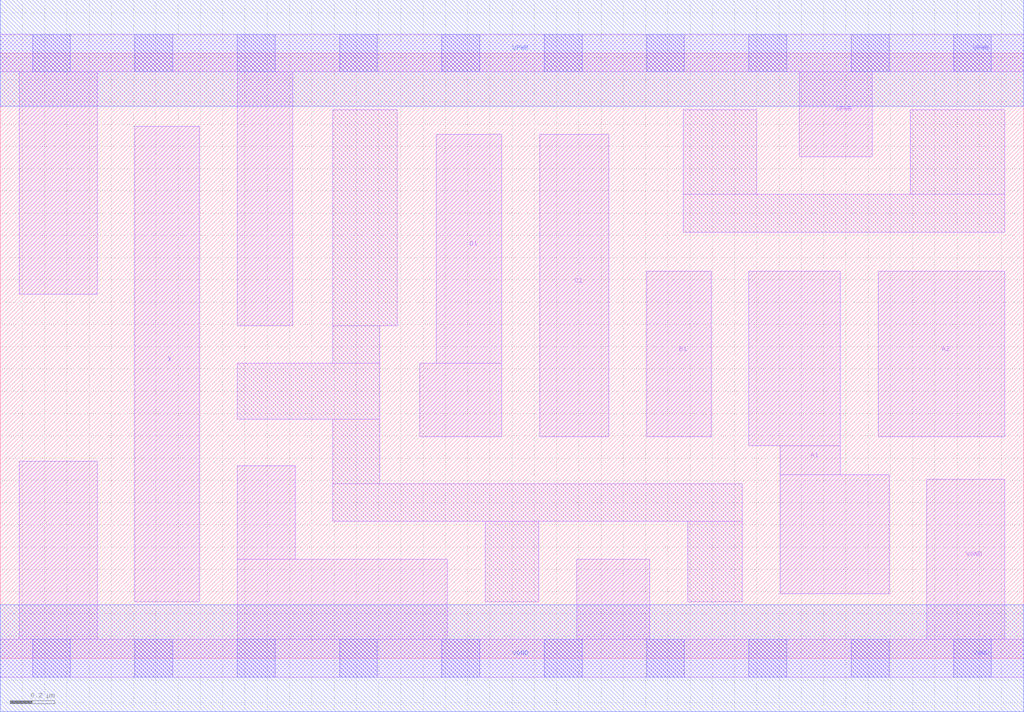
<source format=lef>
# Copyright 2020 The SkyWater PDK Authors
#
# Licensed under the Apache License, Version 2.0 (the "License");
# you may not use this file except in compliance with the License.
# You may obtain a copy of the License at
#
#     https://www.apache.org/licenses/LICENSE-2.0
#
# Unless required by applicable law or agreed to in writing, software
# distributed under the License is distributed on an "AS IS" BASIS,
# WITHOUT WARRANTIES OR CONDITIONS OF ANY KIND, either express or implied.
# See the License for the specific language governing permissions and
# limitations under the License.
#
# SPDX-License-Identifier: Apache-2.0

VERSION 5.7 ;
  NAMESCASESENSITIVE ON ;
  NOWIREEXTENSIONATPIN ON ;
  DIVIDERCHAR "/" ;
  BUSBITCHARS "[]" ;
UNITS
  DATABASE MICRONS 200 ;
END UNITS
MACRO sky130_fd_sc_hd__a2111o_2
  CLASS CORE ;
  SOURCE USER ;
  FOREIGN sky130_fd_sc_hd__a2111o_2 ;
  ORIGIN  0.000000  0.000000 ;
  SIZE  4.600000 BY  2.720000 ;
  SYMMETRY X Y R90 ;
  SITE unithd ;
  PIN A1
    ANTENNAGATEAREA  0.247500 ;
    DIRECTION INPUT ;
    USE SIGNAL ;
    PORT
      LAYER li1 ;
        RECT 3.365000 0.955000 3.775000 1.740000 ;
        RECT 3.505000 0.290000 3.995000 0.825000 ;
        RECT 3.505000 0.825000 3.775000 0.955000 ;
    END
  END A1
  PIN A2
    ANTENNAGATEAREA  0.247500 ;
    DIRECTION INPUT ;
    USE SIGNAL ;
    PORT
      LAYER li1 ;
        RECT 3.945000 0.995000 4.515000 1.740000 ;
    END
  END A2
  PIN B1
    ANTENNAGATEAREA  0.247500 ;
    DIRECTION INPUT ;
    USE SIGNAL ;
    PORT
      LAYER li1 ;
        RECT 2.905000 0.995000 3.195000 1.740000 ;
    END
  END B1
  PIN C1
    ANTENNAGATEAREA  0.247500 ;
    DIRECTION INPUT ;
    USE SIGNAL ;
    PORT
      LAYER li1 ;
        RECT 2.425000 0.995000 2.735000 2.355000 ;
    END
  END C1
  PIN D1
    ANTENNAGATEAREA  0.247500 ;
    DIRECTION INPUT ;
    USE SIGNAL ;
    PORT
      LAYER li1 ;
        RECT 1.885000 0.995000 2.255000 1.325000 ;
        RECT 1.960000 1.325000 2.255000 2.355000 ;
    END
  END D1
  PIN X
    ANTENNADIFFAREA  0.462000 ;
    DIRECTION OUTPUT ;
    USE SIGNAL ;
    PORT
      LAYER li1 ;
        RECT 0.605000 0.255000 0.895000 2.390000 ;
    END
  END X
  PIN VGND
    DIRECTION INOUT ;
    SHAPE ABUTMENT ;
    USE GROUND ;
    PORT
      LAYER li1 ;
        RECT 0.000000 -0.085000 4.600000 0.085000 ;
        RECT 0.085000  0.085000 0.435000 0.885000 ;
        RECT 1.065000  0.085000 2.010000 0.445000 ;
        RECT 1.065000  0.445000 1.325000 0.865000 ;
        RECT 2.590000  0.085000 2.920000 0.445000 ;
        RECT 4.165000  0.085000 4.515000 0.805000 ;
      LAYER mcon ;
        RECT 0.145000 -0.085000 0.315000 0.085000 ;
        RECT 0.605000 -0.085000 0.775000 0.085000 ;
        RECT 1.065000 -0.085000 1.235000 0.085000 ;
        RECT 1.525000 -0.085000 1.695000 0.085000 ;
        RECT 1.985000 -0.085000 2.155000 0.085000 ;
        RECT 2.445000 -0.085000 2.615000 0.085000 ;
        RECT 2.905000 -0.085000 3.075000 0.085000 ;
        RECT 3.365000 -0.085000 3.535000 0.085000 ;
        RECT 3.825000 -0.085000 3.995000 0.085000 ;
        RECT 4.285000 -0.085000 4.455000 0.085000 ;
      LAYER met1 ;
        RECT 0.000000 -0.240000 4.600000 0.240000 ;
    END
  END VGND
  PIN VPWR
    DIRECTION INOUT ;
    SHAPE ABUTMENT ;
    USE POWER ;
    PORT
      LAYER li1 ;
        RECT 0.000000 2.635000 4.600000 2.805000 ;
        RECT 0.085000 1.635000 0.435000 2.635000 ;
        RECT 1.065000 1.495000 1.315000 2.635000 ;
        RECT 3.590000 2.255000 3.920000 2.635000 ;
      LAYER mcon ;
        RECT 0.145000 2.635000 0.315000 2.805000 ;
        RECT 0.605000 2.635000 0.775000 2.805000 ;
        RECT 1.065000 2.635000 1.235000 2.805000 ;
        RECT 1.525000 2.635000 1.695000 2.805000 ;
        RECT 1.985000 2.635000 2.155000 2.805000 ;
        RECT 2.445000 2.635000 2.615000 2.805000 ;
        RECT 2.905000 2.635000 3.075000 2.805000 ;
        RECT 3.365000 2.635000 3.535000 2.805000 ;
        RECT 3.825000 2.635000 3.995000 2.805000 ;
        RECT 4.285000 2.635000 4.455000 2.805000 ;
      LAYER met1 ;
        RECT 0.000000 2.480000 4.600000 2.960000 ;
    END
  END VPWR
  OBS
    LAYER li1 ;
      RECT 1.065000 1.075000 1.705000 1.325000 ;
      RECT 1.495000 0.615000 3.335000 0.785000 ;
      RECT 1.495000 0.785000 1.705000 1.075000 ;
      RECT 1.495000 1.325000 1.705000 1.495000 ;
      RECT 1.495000 1.495000 1.785000 2.465000 ;
      RECT 2.180000 0.255000 2.420000 0.615000 ;
      RECT 3.070000 1.915000 4.515000 2.085000 ;
      RECT 3.070000 2.085000 3.400000 2.465000 ;
      RECT 3.090000 0.255000 3.335000 0.615000 ;
      RECT 4.090000 2.085000 4.515000 2.465000 ;
  END
END sky130_fd_sc_hd__a2111o_2
END LIBRARY

</source>
